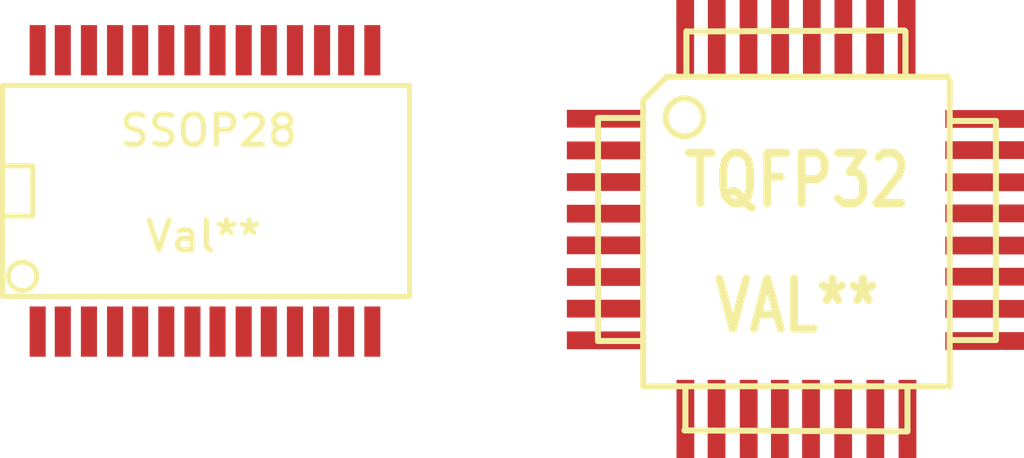
<source format=kicad_pcb>
(kicad_pcb (version 3) (host pcbnew "(2014-jan-25)-product")

  (general
    (links 0)
    (no_connects 0)
    (area 0 0 0 0)
    (thickness 1.6)
    (drawings 0)
    (tracks 0)
    (zones 0)
    (modules 2)
    (nets 1)
  )

  (page A4)
  (layers
    (15 F.Cu signal)
    (0 B.Cu signal)
    (16 B.Adhes user)
    (17 F.Adhes user)
    (18 B.Paste user)
    (19 F.Paste user)
    (20 B.SilkS user)
    (21 F.SilkS user)
    (22 B.Mask user)
    (23 F.Mask user)
    (24 Dwgs.User user)
    (25 Cmts.User user)
    (26 Eco1.User user)
    (27 Eco2.User user)
    (28 Edge.Cuts user)
  )

  (setup
    (last_trace_width 0.254)
    (trace_clearance 0.254)
    (zone_clearance 0.508)
    (zone_45_only no)
    (trace_min 0.254)
    (segment_width 0.2)
    (edge_width 0.1)
    (via_size 0.889)
    (via_drill 0.635)
    (via_min_size 0.889)
    (via_min_drill 0.508)
    (uvia_size 0.508)
    (uvia_drill 0.127)
    (uvias_allowed no)
    (uvia_min_size 0.508)
    (uvia_min_drill 0.127)
    (pcb_text_width 0.3)
    (pcb_text_size 1.5 1.5)
    (mod_edge_width 0.15)
    (mod_text_size 1 1)
    (mod_text_width 0.15)
    (pad_size 1.5 1.5)
    (pad_drill 0.6)
    (pad_to_mask_clearance 0)
    (aux_axis_origin 0 0)
    (visible_elements FFFFF77F)
    (pcbplotparams
      (layerselection 3178497)
      (usegerberextensions true)
      (excludeedgelayer true)
      (linewidth 0.100000)
      (plotframeref false)
      (viasonmask false)
      (mode 1)
      (useauxorigin false)
      (hpglpennumber 1)
      (hpglpenspeed 20)
      (hpglpendiameter 15)
      (hpglpenoverlay 2)
      (psnegative false)
      (psa4output false)
      (plotreference true)
      (plotvalue true)
      (plotinvisibletext false)
      (padsonsilk false)
      (subtractmaskfromsilk false)
      (outputformat 1)
      (mirror false)
      (drillshape 1)
      (scaleselection 1)
      (outputdirectory ""))
  )

  (net 0 "")

  (net_class Default "This is the default net class."
    (clearance 0.254)
    (trace_width 0.254)
    (via_dia 0.889)
    (via_drill 0.635)
    (uvia_dia 0.508)
    (uvia_drill 0.127)
  )

  (module SMD_Packages:SSOP28 (layer F.Cu) (tedit 53B51442) (tstamp 53B51442)
    (at 95 69)
    (descr "SSOP 28 pins")
    (tags "CMS SSOP SMD")
    (attr smd)
    (fp_text reference SSOP28 (at 0.127 -1.524) (layer F.SilkS)
      (effects (font (size 0.762 0.762) (thickness 0.127)))
    )
    (fp_text value Val** (at 0 1.143) (layer F.SilkS)
      (effects (font (size 0.762 0.762) (thickness 0.127)))
    )
    (fp_circle (center -4.572 2.159) (end -4.826 1.905) (layer F.SilkS) (width 0.127))
    (fp_line (start -5.08 -0.635) (end -4.318 -0.635) (layer F.SilkS) (width 0.127))
    (fp_line (start -4.318 -0.635) (end -4.318 0.635) (layer F.SilkS) (width 0.127))
    (fp_line (start -4.318 0.635) (end -5.08 0.635) (layer F.SilkS) (width 0.127))
    (fp_line (start 5.207 2.667) (end -5.08 2.667) (layer F.SilkS) (width 0.127))
    (fp_line (start -5.08 -2.667) (end 5.207 -2.667) (layer F.SilkS) (width 0.127))
    (fp_line (start -5.08 -2.667) (end -5.08 2.667) (layer F.SilkS) (width 0.127))
    (fp_line (start 5.207 -2.667) (end 5.207 2.667) (layer F.SilkS) (width 0.127))
    (pad 1 smd rect (at -4.191 3.556) (size 0.4064 1.27) (layers F.Cu F.Paste F.Mask))
    (pad 2 smd rect (at -3.556 3.556) (size 0.4064 1.27) (layers F.Cu F.Paste F.Mask))
    (pad 3 smd rect (at -2.8956 3.556) (size 0.4064 1.27) (layers F.Cu F.Paste F.Mask))
    (pad 4 smd rect (at -2.2352 3.556) (size 0.4064 1.27) (layers F.Cu F.Paste F.Mask))
    (pad 5 smd rect (at -1.6002 3.556) (size 0.4064 1.27) (layers F.Cu F.Paste F.Mask))
    (pad 6 smd rect (at -0.9398 3.556) (size 0.4064 1.27) (layers F.Cu F.Paste F.Mask))
    (pad 7 smd rect (at -0.2794 3.556) (size 0.4064 1.27) (layers F.Cu F.Paste F.Mask))
    (pad 8 smd rect (at 0.3556 3.556) (size 0.4064 1.27) (layers F.Cu F.Paste F.Mask))
    (pad 9 smd rect (at 1.016 3.556) (size 0.4064 1.27) (layers F.Cu F.Paste F.Mask))
    (pad 10 smd rect (at 1.651 3.556) (size 0.4064 1.27) (layers F.Cu F.Paste F.Mask))
    (pad 11 smd rect (at 2.3114 3.556) (size 0.4064 1.27) (layers F.Cu F.Paste F.Mask))
    (pad 12 smd rect (at 2.9718 3.556) (size 0.4064 1.27) (layers F.Cu F.Paste F.Mask))
    (pad 13 smd rect (at 3.6068 3.556) (size 0.4064 1.27) (layers F.Cu F.Paste F.Mask))
    (pad 14 smd rect (at 4.2672 3.556) (size 0.4064 1.27) (layers F.Cu F.Paste F.Mask))
    (pad 15 smd rect (at 4.2672 -3.556) (size 0.4064 1.27) (layers F.Cu F.Paste F.Mask))
    (pad 16 smd rect (at 3.6068 -3.556) (size 0.4064 1.27) (layers F.Cu F.Paste F.Mask))
    (pad 17 smd rect (at 2.9972 -3.556) (size 0.4064 1.27) (layers F.Cu F.Paste F.Mask))
    (pad 18 smd rect (at 2.3114 -3.556) (size 0.4064 1.27) (layers F.Cu F.Paste F.Mask))
    (pad 19 smd rect (at 1.651 -3.556) (size 0.4064 1.27) (layers F.Cu F.Paste F.Mask))
    (pad 20 smd rect (at 1.016 -3.556) (size 0.4064 1.27) (layers F.Cu F.Paste F.Mask))
    (pad 21 smd rect (at 0.3556 -3.556) (size 0.4064 1.27) (layers F.Cu F.Paste F.Mask))
    (pad 22 smd rect (at -0.2794 -3.556) (size 0.4064 1.27) (layers F.Cu F.Paste F.Mask))
    (pad 23 smd rect (at -0.9398 -3.556) (size 0.4064 1.27) (layers F.Cu F.Paste F.Mask))
    (pad 24 smd rect (at -1.6002 -3.556) (size 0.4064 1.27) (layers F.Cu F.Paste F.Mask))
    (pad 25 smd rect (at -2.2352 -3.556) (size 0.4064 1.27) (layers F.Cu F.Paste F.Mask))
    (pad 26 smd rect (at -2.8956 -3.556) (size 0.4064 1.27) (layers F.Cu F.Paste F.Mask))
    (pad 27 smd rect (at -3.556 -3.556) (size 0.4064 1.27) (layers F.Cu F.Paste F.Mask))
    (pad 28 smd rect (at -4.191 -3.556) (size 0.4064 1.27) (layers F.Cu F.Paste F.Mask))
    (model smd/cms_soj28.wrl
      (at (xyz 0 0 0))
      (scale (xyz 0.256 0.5 0.25))
      (rotate (xyz 0 0 0))
    )
  )

  (module SMD_Packages:TQFP32 (layer F.Cu) (tedit 53B51663) (tstamp 53B51663)
    (at 110 70)
    (fp_text reference TQFP32 (at 0 -1.27) (layer F.SilkS)
      (effects (font (size 1.27 1.016) (thickness 0.2032)))
    )
    (fp_text value VAL** (at 0 1.905) (layer F.SilkS)
      (effects (font (size 1.27 1.016) (thickness 0.2032)))
    )
    (fp_line (start 5.0292 2.7686) (end 3.8862 2.7686) (layer F.SilkS) (width 0.1524))
    (fp_line (start 5.0292 -2.7686) (end 3.9116 -2.7686) (layer F.SilkS) (width 0.1524))
    (fp_line (start 5.0292 2.7686) (end 5.0292 -2.7686) (layer F.SilkS) (width 0.1524))
    (fp_line (start 2.794 3.9624) (end 2.794 5.0546) (layer F.SilkS) (width 0.1524))
    (fp_line (start -2.8194 3.9878) (end -2.8194 5.0546) (layer F.SilkS) (width 0.1524))
    (fp_line (start -2.8448 5.0546) (end 2.794 5.08) (layer F.SilkS) (width 0.1524))
    (fp_line (start -2.794 -5.0292) (end 2.7178 -5.0546) (layer F.SilkS) (width 0.1524))
    (fp_line (start -3.8862 -3.2766) (end -3.8862 3.9116) (layer F.SilkS) (width 0.1524))
    (fp_line (start 2.7432 -5.0292) (end 2.7432 -3.9878) (layer F.SilkS) (width 0.1524))
    (fp_line (start -3.2512 -3.8862) (end 3.81 -3.8862) (layer F.SilkS) (width 0.1524))
    (fp_line (start 3.8608 3.937) (end 3.8608 -3.7846) (layer F.SilkS) (width 0.1524))
    (fp_line (start -3.8862 3.937) (end 3.7338 3.937) (layer F.SilkS) (width 0.1524))
    (fp_line (start -5.0292 -2.8448) (end -5.0292 2.794) (layer F.SilkS) (width 0.1524))
    (fp_line (start -5.0292 2.794) (end -3.8862 2.794) (layer F.SilkS) (width 0.1524))
    (fp_line (start -3.87604 -3.302) (end -3.29184 -3.8862) (layer F.SilkS) (width 0.1524))
    (fp_line (start -5.02412 -2.8448) (end -3.87604 -2.8448) (layer F.SilkS) (width 0.1524))
    (fp_line (start -2.794 -3.8862) (end -2.794 -5.03428) (layer F.SilkS) (width 0.1524))
    (fp_circle (center -2.83972 -2.86004) (end -2.43332 -2.60604) (layer F.SilkS) (width 0.1524))
    (pad 8 smd rect (at -4.81584 2.77622) (size 1.99898 0.44958) (layers F.Cu F.Paste F.Mask))
    (pad 7 smd rect (at -4.81584 1.97612) (size 1.99898 0.44958) (layers F.Cu F.Paste F.Mask))
    (pad 6 smd rect (at -4.81584 1.17602) (size 1.99898 0.44958) (layers F.Cu F.Paste F.Mask))
    (pad 5 smd rect (at -4.81584 0.37592) (size 1.99898 0.44958) (layers F.Cu F.Paste F.Mask))
    (pad 4 smd rect (at -4.81584 -0.42418) (size 1.99898 0.44958) (layers F.Cu F.Paste F.Mask))
    (pad 3 smd rect (at -4.81584 -1.22428) (size 1.99898 0.44958) (layers F.Cu F.Paste F.Mask))
    (pad 2 smd rect (at -4.81584 -2.02438) (size 1.99898 0.44958) (layers F.Cu F.Paste F.Mask))
    (pad 1 smd rect (at -4.81584 -2.82448) (size 1.99898 0.44958) (layers F.Cu F.Paste F.Mask))
    (pad 24 smd rect (at 4.7498 -2.8194) (size 1.99898 0.44958) (layers F.Cu F.Paste F.Mask))
    (pad 17 smd rect (at 4.7498 2.794) (size 1.99898 0.44958) (layers F.Cu F.Paste F.Mask))
    (pad 18 smd rect (at 4.7498 1.9812) (size 1.99898 0.44958) (layers F.Cu F.Paste F.Mask))
    (pad 19 smd rect (at 4.7498 1.1684) (size 1.99898 0.44958) (layers F.Cu F.Paste F.Mask))
    (pad 20 smd rect (at 4.7498 0.381) (size 1.99898 0.44958) (layers F.Cu F.Paste F.Mask))
    (pad 21 smd rect (at 4.7498 -0.4318) (size 1.99898 0.44958) (layers F.Cu F.Paste F.Mask))
    (pad 22 smd rect (at 4.7498 -1.2192) (size 1.99898 0.44958) (layers F.Cu F.Paste F.Mask))
    (pad 23 smd rect (at 4.7498 -2.032) (size 1.99898 0.44958) (layers F.Cu F.Paste F.Mask))
    (pad 32 smd rect (at -2.82448 -4.826) (size 0.44958 1.99898) (layers F.Cu F.Paste F.Mask))
    (pad 31 smd rect (at -2.02692 -4.826) (size 0.44958 1.99898) (layers F.Cu F.Paste F.Mask))
    (pad 30 smd rect (at -1.22428 -4.826) (size 0.44958 1.99898) (layers F.Cu F.Paste F.Mask))
    (pad 29 smd rect (at -0.42672 -4.826) (size 0.44958 1.99898) (layers F.Cu F.Paste F.Mask))
    (pad 28 smd rect (at 0.37592 -4.826) (size 0.44958 1.99898) (layers F.Cu F.Paste F.Mask))
    (pad 27 smd rect (at 1.17348 -4.826) (size 0.44958 1.99898) (layers F.Cu F.Paste F.Mask))
    (pad 26 smd rect (at 1.97612 -4.826) (size 0.44958 1.99898) (layers F.Cu F.Paste F.Mask))
    (pad 25 smd rect (at 2.77368 -4.826) (size 0.44958 1.99898) (layers F.Cu F.Paste F.Mask))
    (pad 9 smd rect (at -2.8194 4.7752) (size 0.44958 1.99898) (layers F.Cu F.Paste F.Mask))
    (pad 10 smd rect (at -2.032 4.7752) (size 0.44958 1.99898) (layers F.Cu F.Paste F.Mask))
    (pad 11 smd rect (at -1.2192 4.7752) (size 0.44958 1.99898) (layers F.Cu F.Paste F.Mask))
    (pad 12 smd rect (at -0.4318 4.7752) (size 0.44958 1.99898) (layers F.Cu F.Paste F.Mask))
    (pad 13 smd rect (at 0.3556 4.7752) (size 0.44958 1.99898) (layers F.Cu F.Paste F.Mask))
    (pad 14 smd rect (at 1.1684 4.7752) (size 0.44958 1.99898) (layers F.Cu F.Paste F.Mask))
    (pad 15 smd rect (at 1.9812 4.7752) (size 0.44958 1.99898) (layers F.Cu F.Paste F.Mask))
    (pad 16 smd rect (at 2.794 4.7752) (size 0.44958 1.99898) (layers F.Cu F.Paste F.Mask))
    (model smd/tqfp32.wrl
      (at (xyz 0 0 0))
      (scale (xyz 1 1 1))
      (rotate (xyz 0 0 0))
    )
  )

)

</source>
